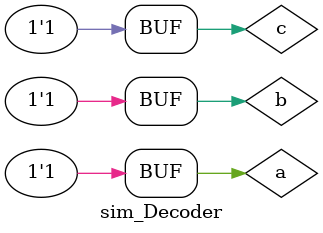
<source format=v>
`timescale 1ns / 1ps

module sim_Decoder();
    reg a, b, c;
    wire[7:0] y;
    
    Decoder38 test(a,b,c,y);
    
    initial begin
        {a,b,c} = 3'b000; #20;
        {a,b,c} = 3'b001; #20;
        {a,b,c} = 3'b010; #20;
        {a,b,c} = 3'b011; #20;
        {a,b,c} = 3'b100; #20;
        {a,b,c} = 3'b101; #20;
        {a,b,c} = 3'b110; #20;
        {a,b,c} = 3'b111; #20;
    end
endmodule

</source>
